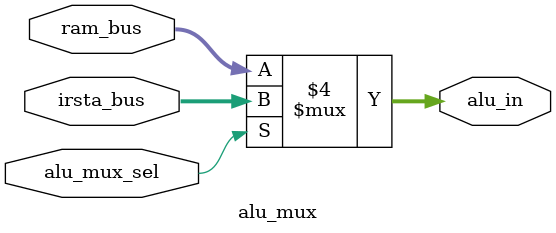
<source format=sv>
module alu_mux(irsta_bus, ram_bus, alu_mux_sel, alu_in);
  // I/O declaration
  input [7:0] irsta_bus;     //Bus.
  input [7:0] ram_bus;       //Bus.
  input  alu_mux_sel;        //Selector del MUX.
  output reg [7:0] alu_in;   //Salida MUX.

  // Description
  always @(irsta_bus, ram_bus, alu_mux_sel)
  begin
    if(alu_mux_sel==1)       //Selector.
       alu_in = irsta_bus;  
    else  
       alu_in = ram_bus;               
  end 
endmodule
</source>
